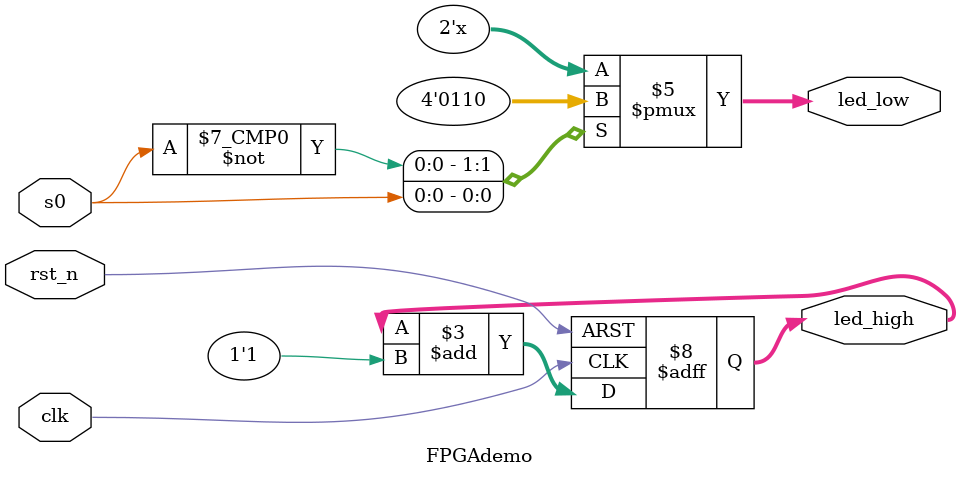
<source format=v>
module FPGAdemo(led_high,led_low,clk,rst_n,s0);
output[1:0] led_high;
output[1:0] led_low;
input clk,rst_n,s0;
reg[1:0] led_high,led_low;

always @(posedge clk or negedge rst_n) begin
	if(~rst_n)
		led_high <= 2'b00;
	else 
		led_high <= led_high+1'b1;
end

always @(*) begin
	case(s0)
		1'b0 : led_low <=2'b01;
		1'b1 : led_low <=2'b10;
		default:led_low <=2'b00;
	endcase
end

endmodule

</source>
